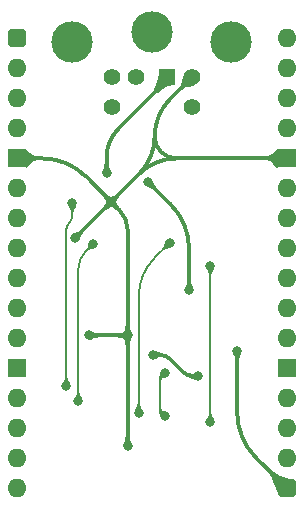
<source format=gbl>
%TF.GenerationSoftware,KiCad,Pcbnew,8.0.7*%
%TF.CreationDate,2025-01-29T17:21:48+02:00*%
%TF.ProjectId,PS2 Timing,50533220-5469-46d6-996e-672e6b696361,V1*%
%TF.SameCoordinates,Original*%
%TF.FileFunction,Copper,L2,Bot*%
%TF.FilePolarity,Positive*%
%FSLAX46Y46*%
G04 Gerber Fmt 4.6, Leading zero omitted, Abs format (unit mm)*
G04 Created by KiCad (PCBNEW 8.0.7) date 2025-01-29 17:21:48*
%MOMM*%
%LPD*%
G01*
G04 APERTURE LIST*
G04 Aperture macros list*
%AMRoundRect*
0 Rectangle with rounded corners*
0 $1 Rounding radius*
0 $2 $3 $4 $5 $6 $7 $8 $9 X,Y pos of 4 corners*
0 Add a 4 corners polygon primitive as box body*
4,1,4,$2,$3,$4,$5,$6,$7,$8,$9,$2,$3,0*
0 Add four circle primitives for the rounded corners*
1,1,$1+$1,$2,$3*
1,1,$1+$1,$4,$5*
1,1,$1+$1,$6,$7*
1,1,$1+$1,$8,$9*
0 Add four rect primitives between the rounded corners*
20,1,$1+$1,$2,$3,$4,$5,0*
20,1,$1+$1,$4,$5,$6,$7,0*
20,1,$1+$1,$6,$7,$8,$9,0*
20,1,$1+$1,$8,$9,$2,$3,0*%
G04 Aperture macros list end*
%TA.AperFunction,ComponentPad*%
%ADD10RoundRect,0.400000X-0.400000X-0.400000X0.400000X-0.400000X0.400000X0.400000X-0.400000X0.400000X0*%
%TD*%
%TA.AperFunction,ComponentPad*%
%ADD11O,1.600000X1.600000*%
%TD*%
%TA.AperFunction,ComponentPad*%
%ADD12R,1.600000X1.600000*%
%TD*%
%TA.AperFunction,ComponentPad*%
%ADD13C,3.510000*%
%TD*%
%TA.AperFunction,ComponentPad*%
%ADD14R,1.400000X1.400000*%
%TD*%
%TA.AperFunction,ComponentPad*%
%ADD15C,1.400000*%
%TD*%
%TA.AperFunction,ViaPad*%
%ADD16C,0.800000*%
%TD*%
%TA.AperFunction,Conductor*%
%ADD17C,0.380000*%
%TD*%
%TA.AperFunction,Conductor*%
%ADD18C,0.200000*%
%TD*%
G04 APERTURE END LIST*
D10*
%TO.P,J2,1,Pin_1*%
%TO.N,5V*%
X0Y0D03*
D11*
%TO.P,J2,2,Pin_2*%
%TO.N,unconnected-(J2-Pin_2-Pad2)*%
X0Y-2540000D03*
%TO.P,J2,3,Pin_3*%
%TO.N,unconnected-(J2-Pin_3-Pad3)*%
X0Y-5080000D03*
%TO.P,J2,4,Pin_4*%
%TO.N,unconnected-(J2-Pin_4-Pad4)*%
X0Y-7620000D03*
D12*
%TO.P,J2,5,Pin_5*%
%TO.N,GND*%
X0Y-10160000D03*
D11*
%TO.P,J2,6,Pin_6*%
%TO.N,Data*%
X0Y-12700000D03*
%TO.P,J2,7,Pin_7*%
%TO.N,Clock*%
X0Y-15240000D03*
%TO.P,J2,8,Pin_8*%
%TO.N,~{Clock}*%
X0Y-17780000D03*
%TO.P,J2,9,Pin_9*%
%TO.N,unconnected-(J2-Pin_9-Pad9)*%
X0Y-20320000D03*
%TO.P,J2,10,Pin_10*%
%TO.N,RC Packet Pulse*%
X0Y-22860000D03*
%TO.P,J2,11,Pin_11*%
%TO.N,unconnected-(J2-Pin_11-Pad11)*%
X0Y-25400000D03*
D12*
%TO.P,J2,12,Pin_12*%
%TO.N,GND*%
X0Y-27940000D03*
D11*
%TO.P,J2,13,Pin_13*%
%TO.N,unconnected-(J2-Pin_13-Pad13)*%
X0Y-30480000D03*
%TO.P,J2,14,Pin_14*%
%TO.N,unconnected-(J2-Pin_14-Pad14)*%
X0Y-33020000D03*
%TO.P,J2,15,Pin_15*%
%TO.N,unconnected-(J2-Pin_15-Pad15)*%
X0Y-35560000D03*
%TO.P,J2,16,Pin_16*%
%TO.N,unconnected-(J2-Pin_16-Pad16)*%
X0Y-38100000D03*
D10*
%TO.P,J2,17,Pin_17*%
%TO.N,5V*%
X22860000Y-38100000D03*
D11*
%TO.P,J2,18,Pin_18*%
%TO.N,~{Code Pulse}*%
X22860000Y-35560000D03*
%TO.P,J2,19,Pin_19*%
%TO.N,Packet Pulse*%
X22860000Y-33020000D03*
%TO.P,J2,20,Pin_20*%
%TO.N,Packet Pulse_{2}*%
X22860000Y-30480000D03*
D12*
%TO.P,J2,21,Pin_21*%
%TO.N,GND*%
X22860000Y-27940000D03*
D11*
%TO.P,J2,22,Pin_22*%
%TO.N,~{Packet Pulse}*%
X22860000Y-25400000D03*
%TO.P,J2,23,Pin_23*%
%TO.N,RC Code Pulse*%
X22860000Y-22860000D03*
%TO.P,J2,24,Pin_24*%
%TO.N,unconnected-(J2-Pin_24-Pad24)*%
X22860000Y-20320000D03*
%TO.P,J2,25,Pin_25*%
%TO.N,unconnected-(J2-Pin_25-Pad25)*%
X22860000Y-17780000D03*
%TO.P,J2,26,Pin_26*%
%TO.N,unconnected-(J2-Pin_26-Pad26)*%
X22860000Y-15240000D03*
%TO.P,J2,27,Pin_27*%
%TO.N,unconnected-(J2-Pin_27-Pad27)*%
X22860000Y-12700000D03*
D12*
%TO.P,J2,28,Pin_28*%
%TO.N,GND*%
X22860000Y-10160000D03*
D11*
%TO.P,J2,29,Pin_29*%
%TO.N,unconnected-(J2-Pin_29-Pad29)*%
X22860000Y-7620000D03*
%TO.P,J2,30,Pin_30*%
%TO.N,unconnected-(J2-Pin_30-Pad30)*%
X22860000Y-5080000D03*
%TO.P,J2,31,Pin_31*%
%TO.N,unconnected-(J2-Pin_31-Pad31)*%
X22860000Y-2540000D03*
%TO.P,J2,32,Pin_32*%
%TO.N,unconnected-(J2-Pin_32-Pad32)*%
X22860000Y0D03*
%TD*%
D13*
%TO.P,J4,*%
%TO.N,*%
X4680000Y-292000D03*
X11430000Y508000D03*
X18180000Y-292000D03*
D14*
%TO.P,J4,1*%
%TO.N,/Data_{IN}*%
X12730000Y-3292000D03*
D15*
%TO.P,J4,2*%
%TO.N,unconnected-(J4-Pad2)*%
X10130000Y-3292000D03*
%TO.P,J4,3*%
%TO.N,GND*%
X14830000Y-3292000D03*
%TO.P,J4,4*%
%TO.N,5V*%
X8030000Y-3292000D03*
%TO.P,J4,5*%
%TO.N,/Clock_{IN}*%
X14830000Y-5792000D03*
%TO.P,J4,6*%
%TO.N,unconnected-(J4-Pad6)*%
X8030000Y-5792000D03*
%TD*%
D16*
%TO.N,5V*%
X18656300Y-26428700D03*
X11125200Y-12141200D03*
X14605000Y-21336000D03*
%TO.N,/~{Packet Pulse}_{2}*%
X12573000Y-32004000D03*
X12573000Y-28295600D03*
%TO.N,/Data_{IN}*%
X7620000Y-11430000D03*
%TO.N,GND*%
X9397996Y-34544004D03*
X6095990Y-25146000D03*
X8001000Y-13843000D03*
X4953000Y-16891006D03*
X9398000Y-25146000D03*
X11557000Y-26797000D03*
X15367000Y-28575000D03*
%TO.N,RC Code Pulse*%
X16383000Y-19253200D03*
X16383000Y-32512000D03*
%TO.N,Packet Pulse*%
X10343301Y-31679299D03*
X12953999Y-17317999D03*
%TO.N,~{Clock}*%
X5207000Y-30734000D03*
X6477000Y-17399000D03*
%TO.N,Clock*%
X4191000Y-29464000D03*
X4699000Y-13970000D03*
%TD*%
D17*
%TO.N,GND*%
X12999925Y-5122074D02*
G75*
G03*
X11683996Y-8299000I3176915J-3176926D01*
G01*
X14077740Y-28238240D02*
G75*
G03*
X14890750Y-28575026I813060J813040D01*
G01*
X8699500Y-14541500D02*
G75*
G02*
X9397988Y-16227828I-1686300J-1686300D01*
G01*
X10368074Y-11475925D02*
G75*
G03*
X11684004Y-8299000I-3176934J3176935D01*
G01*
X13545000Y-10160000D02*
G75*
G03*
X10368085Y-11475936I0J-4492800D01*
G01*
X11684000Y-8299000D02*
G75*
G03*
X13545000Y-10160000I1861000J0D01*
G01*
X13018160Y-27178660D02*
G75*
G03*
X12096750Y-26797044I-921360J-921440D01*
G01*
X5844643Y-11686643D02*
G75*
G03*
X2159000Y-10159998I-3685643J-3685637D01*
G01*
%TO.N,5V*%
X18662650Y-26435050D02*
G75*
G02*
X18669008Y-26450380I-15350J-15350D01*
G01*
X13011207Y-14027207D02*
G75*
G02*
X14605004Y-17874963I-3847757J-3847763D01*
G01*
X18669000Y-31655036D02*
G75*
G03*
X20262790Y-35502794I5441550J-4D01*
G01*
D18*
%TO.N,Clock*%
X4699000Y-15007789D02*
G75*
G02*
X4445002Y-15621002I-867220J-1D01*
G01*
X4445000Y-15621000D02*
G75*
G03*
X4191004Y-16234210I613200J-613200D01*
G01*
%TO.N,~{Clock}*%
X5842000Y-18034000D02*
G75*
G03*
X5207011Y-19567025I1533000J-1533000D01*
G01*
%TO.N,Packet Pulse*%
X11648649Y-18623348D02*
G75*
G03*
X10343299Y-21774740I3151391J-3151392D01*
G01*
D17*
%TO.N,/Data_{IN}*%
X8600757Y-7675242D02*
G75*
G03*
X7619995Y-10043000I2367743J-2367758D01*
G01*
D18*
%TO.N,/~{Packet Pulse}_{2}*%
X12336905Y-28531694D02*
G75*
G03*
X12100798Y-29101677I569995J-570006D01*
G01*
X12100811Y-31197922D02*
G75*
G03*
X12336914Y-31767896I806089J22D01*
G01*
%TO.N,~{Clock}*%
X5207000Y-19567025D02*
X5207000Y-30734000D01*
X5842000Y-18034000D02*
X6477000Y-17399000D01*
D17*
%TO.N,GND*%
X11557000Y-26797000D02*
X12096750Y-26797000D01*
X14077740Y-28238240D02*
X13018160Y-27178660D01*
X14890750Y-28575000D02*
X15367000Y-28575000D01*
%TO.N,5V*%
X14605000Y-17874963D02*
X14605000Y-21336000D01*
X13011207Y-14027207D02*
X11125200Y-12141200D01*
X20262792Y-35502792D02*
X22860000Y-38100000D01*
X18669000Y-26450380D02*
X18669000Y-31655036D01*
X18662650Y-26435050D02*
X18656300Y-26428700D01*
D18*
%TO.N,/~{Packet Pulse}_{2}*%
X12100811Y-29101677D02*
X12100811Y-31197922D01*
X12336905Y-28531694D02*
X12573000Y-28295600D01*
X12573000Y-32004000D02*
X12336905Y-31767905D01*
D17*
%TO.N,/Data_{IN}*%
X8600757Y-7675242D02*
X12984000Y-3292000D01*
X7620000Y-11430000D02*
X7620000Y-10043000D01*
%TO.N,GND*%
X6095990Y-25146000D02*
X9398000Y-25146000D01*
X4953000Y-16891000D02*
X8001000Y-13843000D01*
X9398000Y-34544000D02*
X9397996Y-34544004D01*
X12999925Y-5122074D02*
X14830000Y-3292000D01*
X10368074Y-11475925D02*
X8001000Y-13843000D01*
X2159000Y-10160000D02*
X0Y-10160000D01*
X8699500Y-14541500D02*
X8001000Y-13843000D01*
X9398000Y-16227828D02*
X9398000Y-25146000D01*
X4953000Y-16891000D02*
X4953000Y-16891006D01*
X8001000Y-13843000D02*
X5844643Y-11686643D01*
X9398000Y-25146000D02*
X9398000Y-34544000D01*
X13545000Y-10160000D02*
X22860000Y-10160000D01*
D18*
%TO.N,RC Code Pulse*%
X16383000Y-32512000D02*
X16383000Y-19253200D01*
%TO.N,Packet Pulse*%
X10343300Y-21774740D02*
X10343301Y-31679299D01*
X11648649Y-18623348D02*
X12953999Y-17317999D01*
%TO.N,Clock*%
X4699000Y-13970000D02*
X4699000Y-15007789D01*
X4191000Y-29464000D02*
X4191000Y-16234210D01*
%TD*%
%TA.AperFunction,Conductor*%
%TO.N,/~{Packet Pulse}_{2}*%
G36*
X12214570Y-28147102D02*
G01*
X12568688Y-28292766D01*
X12575035Y-28299082D01*
X12575053Y-28299124D01*
X12721153Y-28653228D01*
X12721140Y-28662182D01*
X12714799Y-28668506D01*
X12713726Y-28668888D01*
X12575343Y-28710765D01*
X12573980Y-28711090D01*
X12446532Y-28733498D01*
X12446529Y-28733499D01*
X12343229Y-28762295D01*
X12343225Y-28762297D01*
X12266356Y-28826907D01*
X12220996Y-28947590D01*
X12214877Y-28954129D01*
X12207761Y-28954949D01*
X12032557Y-28920095D01*
X12025112Y-28915120D01*
X12023315Y-28906606D01*
X12053580Y-28733500D01*
X12055492Y-28722567D01*
X12075096Y-28582362D01*
X12075154Y-28581991D01*
X12095792Y-28462468D01*
X12096042Y-28461353D01*
X12133308Y-28327451D01*
X12133639Y-28326444D01*
X12144025Y-28299082D01*
X12199180Y-28153769D01*
X12205320Y-28147251D01*
X12214271Y-28146983D01*
X12214570Y-28147102D01*
G37*
%TD.AperFunction*%
%TD*%
%TA.AperFunction,Conductor*%
%TO.N,/~{Packet Pulse}_{2}*%
G36*
X12216544Y-31346394D02*
G01*
X12220996Y-31352006D01*
X12266356Y-31472688D01*
X12332653Y-31528413D01*
X12343226Y-31537300D01*
X12343228Y-31537300D01*
X12343229Y-31537301D01*
X12360138Y-31542014D01*
X12446526Y-31566097D01*
X12573990Y-31588509D01*
X12575332Y-31588829D01*
X12713726Y-31630711D01*
X12720652Y-31636387D01*
X12721535Y-31645298D01*
X12721153Y-31646371D01*
X12575053Y-32000475D01*
X12568729Y-32006816D01*
X12568688Y-32006833D01*
X12214570Y-32152497D01*
X12205615Y-32152475D01*
X12199299Y-32146128D01*
X12199180Y-32145829D01*
X12145718Y-32004980D01*
X12133637Y-31973152D01*
X12133305Y-31972138D01*
X12096044Y-31838247D01*
X12095792Y-31837124D01*
X12075153Y-31717597D01*
X12075097Y-31717234D01*
X12055492Y-31577028D01*
X12023315Y-31392992D01*
X12025266Y-31384252D01*
X12032555Y-31379503D01*
X12207763Y-31344647D01*
X12216544Y-31346394D01*
G37*
%TD.AperFunction*%
%TD*%
%TA.AperFunction,Conductor*%
%TO.N,~{Clock}*%
G36*
X5304566Y-29937427D02*
G01*
X5307947Y-29944665D01*
X5322158Y-30104758D01*
X5363262Y-30219862D01*
X5423734Y-30314266D01*
X5496611Y-30422355D01*
X5497360Y-30423635D01*
X5570900Y-30569702D01*
X5571560Y-30578632D01*
X5565711Y-30585413D01*
X5564952Y-30585762D01*
X5211502Y-30733123D01*
X5202548Y-30733144D01*
X5202498Y-30733123D01*
X4849046Y-30585762D01*
X4842728Y-30579415D01*
X4842749Y-30570461D01*
X4843083Y-30569734D01*
X4916646Y-30423620D01*
X4917378Y-30422369D01*
X4990261Y-30314271D01*
X5050738Y-30219860D01*
X5091840Y-30104761D01*
X5106053Y-29944664D01*
X5110198Y-29936728D01*
X5117707Y-29934000D01*
X5296293Y-29934000D01*
X5304566Y-29937427D01*
G37*
%TD.AperFunction*%
%TD*%
%TA.AperFunction,Conductor*%
%TO.N,~{Clock}*%
G36*
X6119068Y-17250709D02*
G01*
X6286405Y-17319569D01*
X6473195Y-17396436D01*
X6479542Y-17402754D01*
X6479563Y-17402804D01*
X6625290Y-17756930D01*
X6625269Y-17765884D01*
X6618922Y-17772202D01*
X6618139Y-17772492D01*
X6462852Y-17823776D01*
X6461418Y-17824151D01*
X6333447Y-17849052D01*
X6223941Y-17873043D01*
X6163778Y-17901545D01*
X6113490Y-17925368D01*
X6113488Y-17925369D01*
X6113485Y-17925371D01*
X5990235Y-18028523D01*
X5981691Y-18031205D01*
X5974453Y-18027824D01*
X5848174Y-17901545D01*
X5844747Y-17893272D01*
X5847473Y-17885766D01*
X5950630Y-17762508D01*
X6002954Y-17652058D01*
X6026949Y-17542535D01*
X6051849Y-17414569D01*
X6052218Y-17413157D01*
X6103507Y-17257858D01*
X6109355Y-17251079D01*
X6118285Y-17250419D01*
X6119068Y-17250709D01*
G37*
%TD.AperFunction*%
%TD*%
%TA.AperFunction,Conductor*%
%TO.N,GND*%
G36*
X11720788Y-26432150D02*
G01*
X11720983Y-26432233D01*
X11839599Y-26484258D01*
X11839855Y-26484374D01*
X11931548Y-26527236D01*
X12012208Y-26560369D01*
X12012215Y-26560371D01*
X12012220Y-26560373D01*
X12089411Y-26582441D01*
X12108379Y-26587864D01*
X12235565Y-26611776D01*
X12243061Y-26616673D01*
X12244958Y-26625105D01*
X12188950Y-26978818D01*
X12184271Y-26986453D01*
X12176808Y-26988673D01*
X12063705Y-26983003D01*
X12063702Y-26983004D01*
X11978439Y-27006370D01*
X11907227Y-27050584D01*
X11826497Y-27106447D01*
X11825199Y-27107226D01*
X11721351Y-27160740D01*
X11712428Y-27161484D01*
X11705592Y-27155699D01*
X11705196Y-27154850D01*
X11557887Y-26801343D01*
X11557869Y-26792393D01*
X11705487Y-26438442D01*
X11711833Y-26432128D01*
X11720788Y-26432150D01*
G37*
%TD.AperFunction*%
%TD*%
%TA.AperFunction,Conductor*%
%TO.N,GND*%
G36*
X15218406Y-28216295D02*
G01*
X15218785Y-28217114D01*
X15366076Y-28570807D01*
X15366093Y-28579762D01*
X15366073Y-28579809D01*
X15218359Y-28933925D01*
X15212011Y-28940242D01*
X15203231Y-28940290D01*
X15055817Y-28881561D01*
X15055806Y-28881557D01*
X14941870Y-28841402D01*
X14897265Y-28827783D01*
X14841929Y-28810887D01*
X14725804Y-28776813D01*
X14725605Y-28776752D01*
X14574434Y-28729465D01*
X14567561Y-28723725D01*
X14566761Y-28714806D01*
X14677360Y-28374449D01*
X14683175Y-28367642D01*
X14690797Y-28366598D01*
X14812996Y-28391240D01*
X14908606Y-28376361D01*
X14991343Y-28332221D01*
X15084626Y-28271476D01*
X15085680Y-28270866D01*
X15202671Y-28211189D01*
X15211594Y-28210483D01*
X15218406Y-28216295D01*
G37*
%TD.AperFunction*%
%TD*%
%TA.AperFunction,Conductor*%
%TO.N,5V*%
G36*
X14792010Y-20539427D02*
G01*
X14795429Y-20547255D01*
X14801340Y-20702418D01*
X14821202Y-20819412D01*
X14855853Y-20917908D01*
X14855858Y-20917921D01*
X14906483Y-21028636D01*
X14906548Y-21028779D01*
X14969732Y-21172001D01*
X14969936Y-21180953D01*
X14963749Y-21187428D01*
X14963529Y-21187522D01*
X14609502Y-21335123D01*
X14600548Y-21335144D01*
X14600498Y-21335123D01*
X14246470Y-21187522D01*
X14240152Y-21181175D01*
X14240173Y-21172221D01*
X14240236Y-21172071D01*
X14303450Y-21028779D01*
X14354145Y-20917907D01*
X14388794Y-20819416D01*
X14408658Y-20702412D01*
X14414571Y-20547253D01*
X14418311Y-20539118D01*
X14426263Y-20536000D01*
X14783737Y-20536000D01*
X14792010Y-20539427D01*
G37*
%TD.AperFunction*%
%TD*%
%TA.AperFunction,Conductor*%
%TO.N,5V*%
G36*
X11492662Y-11992692D02*
G01*
X11498980Y-11999039D01*
X11499069Y-11999261D01*
X11555648Y-12145169D01*
X11555703Y-12145315D01*
X11598215Y-12259455D01*
X11617762Y-12300220D01*
X11643357Y-12353597D01*
X11712049Y-12450381D01*
X11712049Y-12450382D01*
X11767988Y-12510752D01*
X11817581Y-12564273D01*
X11820691Y-12572670D01*
X11817272Y-12580498D01*
X11564498Y-12833272D01*
X11556225Y-12836699D01*
X11548273Y-12833581D01*
X11505479Y-12793928D01*
X11434382Y-12728049D01*
X11337597Y-12659357D01*
X11284220Y-12633762D01*
X11243455Y-12614215D01*
X11243447Y-12614212D01*
X11243445Y-12614211D01*
X11243446Y-12614211D01*
X11129315Y-12571703D01*
X11129169Y-12571648D01*
X10983261Y-12515069D01*
X10976786Y-12508882D01*
X10976582Y-12499930D01*
X10976643Y-12499777D01*
X11122637Y-12145002D01*
X11128953Y-12138657D01*
X11483709Y-11992671D01*
X11492662Y-11992692D01*
G37*
%TD.AperFunction*%
%TD*%
%TA.AperFunction,Conductor*%
%TO.N,5V*%
G36*
X21753781Y-36722347D02*
G01*
X21927608Y-36836449D01*
X22034931Y-36906897D01*
X22324041Y-37060073D01*
X22613150Y-37176648D01*
X22613158Y-37176650D01*
X22613163Y-37176652D01*
X22902245Y-37256620D01*
X22902256Y-37256623D01*
X22902260Y-37256624D01*
X23176588Y-37297782D01*
X23184258Y-37302397D01*
X23186420Y-37311087D01*
X23185663Y-37313817D01*
X22862562Y-38096214D01*
X22856237Y-38102553D01*
X22856214Y-38102562D01*
X22071720Y-38426529D01*
X22062765Y-38426520D01*
X22056440Y-38420181D01*
X22056116Y-38419299D01*
X21943424Y-38069060D01*
X21826848Y-37743350D01*
X21710273Y-37454241D01*
X21593697Y-37201731D01*
X21481261Y-36993489D01*
X21480347Y-36984583D01*
X21483282Y-36979661D01*
X21739089Y-36723854D01*
X21747361Y-36720428D01*
X21753781Y-36722347D01*
G37*
%TD.AperFunction*%
%TD*%
%TA.AperFunction,Conductor*%
%TO.N,5V*%
G36*
X18961653Y-26555007D02*
G01*
X19014907Y-26577210D01*
X19021225Y-26583557D01*
X19021204Y-26592511D01*
X19021143Y-26592655D01*
X18959596Y-26734898D01*
X18959590Y-26734915D01*
X18959134Y-26735977D01*
X18912098Y-26845579D01*
X18912094Y-26845592D01*
X18881052Y-26944112D01*
X18881049Y-26944123D01*
X18866994Y-27041076D01*
X18864272Y-27059860D01*
X18864125Y-27060871D01*
X18864124Y-27060881D01*
X18859351Y-27214837D01*
X18855670Y-27223000D01*
X18847657Y-27226174D01*
X18490175Y-27226174D01*
X18481902Y-27222747D01*
X18478487Y-27215011D01*
X18478479Y-27214837D01*
X18471358Y-27059863D01*
X18448384Y-26943555D01*
X18447205Y-26940557D01*
X18410011Y-26845972D01*
X18410009Y-26845969D01*
X18409825Y-26845592D01*
X18356213Y-26735924D01*
X18356094Y-26735671D01*
X18291691Y-26592744D01*
X18291417Y-26583796D01*
X18297552Y-26577273D01*
X18297828Y-26577153D01*
X18651800Y-26429575D01*
X18660749Y-26429555D01*
X18961653Y-26555007D01*
G37*
%TD.AperFunction*%
%TD*%
%TA.AperFunction,Conductor*%
%TO.N,/Data_{IN}*%
G36*
X12042247Y-3053860D02*
G01*
X12726109Y-3289707D01*
X12732812Y-3295644D01*
X12732825Y-3295670D01*
X12910451Y-3662631D01*
X13036590Y-3923226D01*
X13063796Y-3979430D01*
X13064316Y-3988370D01*
X13058363Y-3995059D01*
X13056441Y-3995789D01*
X12840575Y-4056665D01*
X12676100Y-4124998D01*
X12611278Y-4151929D01*
X12611276Y-4151930D01*
X12611269Y-4151933D01*
X12381979Y-4277792D01*
X12381972Y-4277797D01*
X12152683Y-4434254D01*
X12152666Y-4434266D01*
X11931568Y-4614640D01*
X11922991Y-4617214D01*
X11915899Y-4613847D01*
X11660009Y-4357958D01*
X11656582Y-4349685D01*
X11657330Y-4345568D01*
X11729739Y-4153226D01*
X11804804Y-3923229D01*
X11879870Y-3662631D01*
X11954935Y-3371434D01*
X12027053Y-3062266D01*
X12032270Y-3054990D01*
X12041105Y-3053532D01*
X12042247Y-3053860D01*
G37*
%TD.AperFunction*%
%TD*%
%TA.AperFunction,Conductor*%
%TO.N,/Data_{IN}*%
G36*
X7807010Y-10633427D02*
G01*
X7810429Y-10641255D01*
X7816340Y-10796418D01*
X7836202Y-10913412D01*
X7870853Y-11011908D01*
X7870858Y-11011921D01*
X7921483Y-11122636D01*
X7921548Y-11122779D01*
X7984732Y-11266001D01*
X7984936Y-11274953D01*
X7978749Y-11281428D01*
X7978529Y-11281522D01*
X7624502Y-11429123D01*
X7615548Y-11429144D01*
X7615498Y-11429123D01*
X7261470Y-11281522D01*
X7255152Y-11275175D01*
X7255173Y-11266221D01*
X7255236Y-11266071D01*
X7318450Y-11122779D01*
X7369145Y-11011907D01*
X7403794Y-10913416D01*
X7423658Y-10796412D01*
X7429571Y-10641253D01*
X7433311Y-10633118D01*
X7441263Y-10630000D01*
X7798737Y-10630000D01*
X7807010Y-10633427D01*
G37*
%TD.AperFunction*%
%TD*%
%TA.AperFunction,Conductor*%
%TO.N,GND*%
G36*
X6259768Y-24781173D02*
G01*
X6259944Y-24781248D01*
X6403209Y-24844450D01*
X6439202Y-24860907D01*
X6514066Y-24895139D01*
X6514077Y-24895143D01*
X6514081Y-24895145D01*
X6612572Y-24929794D01*
X6612575Y-24929795D01*
X6729570Y-24949657D01*
X6729571Y-24949657D01*
X6729577Y-24949658D01*
X6884736Y-24955571D01*
X6892872Y-24959311D01*
X6895990Y-24967263D01*
X6895990Y-25324736D01*
X6892563Y-25333009D01*
X6884736Y-25336428D01*
X6729570Y-25342340D01*
X6612575Y-25362202D01*
X6514079Y-25396853D01*
X6514066Y-25396858D01*
X6403327Y-25447493D01*
X6403185Y-25447558D01*
X6259989Y-25510732D01*
X6251036Y-25510936D01*
X6244561Y-25504750D01*
X6244467Y-25504529D01*
X6220715Y-25447558D01*
X6096865Y-25150499D01*
X6096845Y-25141550D01*
X6244468Y-24787468D01*
X6250814Y-24781152D01*
X6259768Y-24781173D01*
G37*
%TD.AperFunction*%
%TD*%
%TA.AperFunction,Conductor*%
%TO.N,GND*%
G36*
X9249428Y-24787250D02*
G01*
X9249522Y-24787470D01*
X9397123Y-25141498D01*
X9397144Y-25150452D01*
X9397123Y-25150502D01*
X9249522Y-25504529D01*
X9243175Y-25510847D01*
X9234221Y-25510826D01*
X9234001Y-25510732D01*
X9090803Y-25447558D01*
X9090660Y-25447493D01*
X8979921Y-25396858D01*
X8979908Y-25396853D01*
X8881412Y-25362202D01*
X8764418Y-25342340D01*
X8609254Y-25336428D01*
X8601118Y-25332688D01*
X8598000Y-25324736D01*
X8598000Y-24967263D01*
X8601427Y-24958990D01*
X8609253Y-24955571D01*
X8764412Y-24949658D01*
X8764418Y-24949657D01*
X8881412Y-24929795D01*
X8881413Y-24929794D01*
X8881416Y-24929794D01*
X8979907Y-24895145D01*
X8979915Y-24895141D01*
X8979921Y-24895139D01*
X9014915Y-24879137D01*
X9090779Y-24844450D01*
X9234003Y-24781266D01*
X9242953Y-24781063D01*
X9249428Y-24787250D01*
G37*
%TD.AperFunction*%
%TD*%
%TA.AperFunction,Conductor*%
%TO.N,GND*%
G36*
X5392294Y-16198931D02*
G01*
X5645068Y-16451705D01*
X5648495Y-16459978D01*
X5645377Y-16467930D01*
X5539845Y-16581820D01*
X5539845Y-16581821D01*
X5471154Y-16678605D01*
X5426010Y-16772758D01*
X5383502Y-16886888D01*
X5383447Y-16887034D01*
X5326869Y-17032944D01*
X5320683Y-17039419D01*
X5311730Y-17039623D01*
X5311508Y-17039534D01*
X4956804Y-16893569D01*
X4950457Y-16887251D01*
X4950436Y-16887201D01*
X4804471Y-16532496D01*
X4804492Y-16523543D01*
X4810839Y-16517225D01*
X4811030Y-16517148D01*
X4957009Y-16460540D01*
X5071253Y-16417988D01*
X5165396Y-16372844D01*
X5262176Y-16304155D01*
X5376071Y-16198621D01*
X5384466Y-16195512D01*
X5392294Y-16198931D01*
G37*
%TD.AperFunction*%
%TD*%
%TA.AperFunction,Conductor*%
%TO.N,GND*%
G36*
X7642460Y-13694458D02*
G01*
X7997195Y-13840436D01*
X8003542Y-13846754D01*
X8003563Y-13846804D01*
X8149528Y-14201508D01*
X8149507Y-14210462D01*
X8143160Y-14216780D01*
X8142938Y-14216869D01*
X7997028Y-14273448D01*
X7996882Y-14273503D01*
X7882752Y-14316011D01*
X7882745Y-14316013D01*
X7882743Y-14316015D01*
X7866564Y-14323772D01*
X7788600Y-14361157D01*
X7691817Y-14429849D01*
X7691816Y-14429849D01*
X7577926Y-14535381D01*
X7569529Y-14538491D01*
X7561701Y-14535072D01*
X7308927Y-14282298D01*
X7305500Y-14274025D01*
X7308616Y-14266075D01*
X7414151Y-14152180D01*
X7482839Y-14055399D01*
X7527983Y-13961255D01*
X7570535Y-13847010D01*
X7627130Y-13701060D01*
X7633317Y-13694586D01*
X7642269Y-13694382D01*
X7642460Y-13694458D01*
G37*
%TD.AperFunction*%
%TD*%
%TA.AperFunction,Conductor*%
%TO.N,GND*%
G36*
X14194852Y-3028895D02*
G01*
X14826210Y-3289437D01*
X14832550Y-3295760D01*
X14832562Y-3295789D01*
X15093101Y-3927141D01*
X15093089Y-3936096D01*
X15086749Y-3942419D01*
X15086007Y-3942697D01*
X14806564Y-4036430D01*
X14805247Y-4036787D01*
X14583125Y-4083424D01*
X14490785Y-4105669D01*
X14393909Y-4129007D01*
X14340833Y-4155205D01*
X14202841Y-4223316D01*
X13982617Y-4409357D01*
X13974086Y-4412078D01*
X13966794Y-4408692D01*
X13713306Y-4155205D01*
X13709879Y-4146932D01*
X13712641Y-4139382D01*
X13898682Y-3919156D01*
X13992991Y-3728089D01*
X14038568Y-3538897D01*
X14085211Y-3316745D01*
X14085567Y-3315433D01*
X14179302Y-3035991D01*
X14185182Y-3029238D01*
X14194116Y-3028620D01*
X14194852Y-3028895D01*
G37*
%TD.AperFunction*%
%TD*%
%TA.AperFunction,Conductor*%
%TO.N,GND*%
G36*
X8440298Y-13150927D02*
G01*
X8693071Y-13403701D01*
X8696498Y-13411974D01*
X8693380Y-13419926D01*
X8587848Y-13533816D01*
X8587848Y-13533817D01*
X8519156Y-13630600D01*
X8474011Y-13724752D01*
X8431503Y-13838882D01*
X8431448Y-13839028D01*
X8374869Y-13984938D01*
X8368682Y-13991413D01*
X8359730Y-13991617D01*
X8359508Y-13991528D01*
X8004804Y-13845563D01*
X7998457Y-13839245D01*
X7998436Y-13839195D01*
X7852471Y-13484490D01*
X7852492Y-13475537D01*
X7858839Y-13469219D01*
X7859022Y-13469145D01*
X8005010Y-13412535D01*
X8119255Y-13369983D01*
X8213399Y-13324840D01*
X8310180Y-13256151D01*
X8424075Y-13150617D01*
X8432470Y-13147508D01*
X8440298Y-13150927D01*
G37*
%TD.AperFunction*%
%TD*%
%TA.AperFunction,Conductor*%
%TO.N,GND*%
G36*
X807714Y-9368830D02*
G01*
X808231Y-9369382D01*
X959998Y-9542359D01*
X960001Y-9542362D01*
X1120000Y-9694542D01*
X1120004Y-9694545D01*
X1280001Y-9816544D01*
X1375617Y-9871414D01*
X1439999Y-9908361D01*
X1440003Y-9908362D01*
X1440004Y-9908363D01*
X1592506Y-9967113D01*
X1598994Y-9973285D01*
X1600000Y-9978031D01*
X1600000Y-10341968D01*
X1596573Y-10350241D01*
X1592506Y-10352886D01*
X1440000Y-10411637D01*
X1280001Y-10503454D01*
X1120004Y-10625453D01*
X1120000Y-10625456D01*
X960001Y-10777636D01*
X959998Y-10777639D01*
X808231Y-10950617D01*
X800199Y-10954576D01*
X791720Y-10951696D01*
X791168Y-10951179D01*
X342883Y-10503454D01*
X7287Y-10168277D01*
X3856Y-10160007D01*
X7278Y-10151732D01*
X7288Y-10151722D01*
X185948Y-9973285D01*
X791169Y-9368819D01*
X799443Y-9365398D01*
X807714Y-9368830D01*
G37*
%TD.AperFunction*%
%TD*%
%TA.AperFunction,Conductor*%
%TO.N,GND*%
G36*
X8368462Y-13694492D02*
G01*
X8374780Y-13700839D01*
X8374869Y-13701061D01*
X8431448Y-13846969D01*
X8431503Y-13847115D01*
X8474015Y-13961255D01*
X8493562Y-14002020D01*
X8519157Y-14055397D01*
X8587849Y-14152181D01*
X8587849Y-14152182D01*
X8643788Y-14212552D01*
X8693381Y-14266073D01*
X8696491Y-14274470D01*
X8693072Y-14282298D01*
X8440298Y-14535072D01*
X8432025Y-14538499D01*
X8424073Y-14535381D01*
X8381279Y-14495728D01*
X8310182Y-14429849D01*
X8213397Y-14361157D01*
X8160020Y-14335562D01*
X8119255Y-14316015D01*
X8119247Y-14316012D01*
X8119245Y-14316011D01*
X8119246Y-14316011D01*
X8005115Y-14273503D01*
X8004969Y-14273448D01*
X7859061Y-14216869D01*
X7852586Y-14210682D01*
X7852382Y-14201730D01*
X7852443Y-14201577D01*
X7998437Y-13846802D01*
X8004753Y-13840457D01*
X8359509Y-13694471D01*
X8368462Y-13694492D01*
G37*
%TD.AperFunction*%
%TD*%
%TA.AperFunction,Conductor*%
%TO.N,GND*%
G36*
X9585010Y-24349427D02*
G01*
X9588429Y-24357255D01*
X9594340Y-24512418D01*
X9614202Y-24629412D01*
X9648853Y-24727908D01*
X9648858Y-24727921D01*
X9699483Y-24838636D01*
X9699548Y-24838779D01*
X9762732Y-24982001D01*
X9762936Y-24990953D01*
X9756749Y-24997428D01*
X9756529Y-24997522D01*
X9402502Y-25145123D01*
X9393548Y-25145144D01*
X9393498Y-25145123D01*
X9039470Y-24997522D01*
X9033152Y-24991175D01*
X9033173Y-24982221D01*
X9033236Y-24982071D01*
X9096450Y-24838779D01*
X9147145Y-24727907D01*
X9181794Y-24629416D01*
X9201658Y-24512412D01*
X9207571Y-24357253D01*
X9211311Y-24349118D01*
X9219263Y-24346000D01*
X9576737Y-24346000D01*
X9585010Y-24349427D01*
G37*
%TD.AperFunction*%
%TD*%
%TA.AperFunction,Conductor*%
%TO.N,GND*%
G36*
X7577924Y-13150617D02*
G01*
X7578259Y-13150927D01*
X7691816Y-13256149D01*
X7788600Y-13324840D01*
X7815288Y-13337637D01*
X7882743Y-13369983D01*
X7996988Y-13412535D01*
X8142938Y-13469130D01*
X8149413Y-13475317D01*
X8149617Y-13484269D01*
X8149528Y-13484491D01*
X8003563Y-13839195D01*
X7997245Y-13845542D01*
X7997195Y-13845563D01*
X7642491Y-13991528D01*
X7633537Y-13991507D01*
X7627219Y-13985160D01*
X7627130Y-13984938D01*
X7570535Y-13838988D01*
X7527983Y-13724743D01*
X7495638Y-13657290D01*
X7482841Y-13630600D01*
X7459943Y-13598339D01*
X7414151Y-13533819D01*
X7414149Y-13533816D01*
X7353719Y-13468599D01*
X7308617Y-13419924D01*
X7305508Y-13411529D01*
X7308926Y-13403702D01*
X7561702Y-13150926D01*
X7569974Y-13147500D01*
X7577924Y-13150617D01*
G37*
%TD.AperFunction*%
%TD*%
%TA.AperFunction,Conductor*%
%TO.N,GND*%
G36*
X9585010Y-33747432D02*
G01*
X9588429Y-33755260D01*
X9594340Y-33910422D01*
X9614202Y-34027417D01*
X9648850Y-34125910D01*
X9699518Y-34236727D01*
X9699582Y-34236870D01*
X9762728Y-34380005D01*
X9762932Y-34388957D01*
X9756745Y-34395432D01*
X9756525Y-34395526D01*
X9402498Y-34543127D01*
X9393544Y-34543148D01*
X9393494Y-34543127D01*
X9039466Y-34395526D01*
X9033148Y-34389179D01*
X9033169Y-34380225D01*
X9033230Y-34380080D01*
X9096447Y-34236783D01*
X9147143Y-34125912D01*
X9181793Y-34027421D01*
X9201658Y-33910417D01*
X9207571Y-33755258D01*
X9211311Y-33747123D01*
X9219263Y-33744005D01*
X9576737Y-33744005D01*
X9585010Y-33747432D01*
G37*
%TD.AperFunction*%
%TD*%
%TA.AperFunction,Conductor*%
%TO.N,GND*%
G36*
X9756529Y-25294477D02*
G01*
X9762847Y-25300824D01*
X9762826Y-25309778D01*
X9762732Y-25309999D01*
X9699558Y-25453195D01*
X9699493Y-25453337D01*
X9648858Y-25564076D01*
X9648853Y-25564089D01*
X9614202Y-25662585D01*
X9594340Y-25779580D01*
X9588429Y-25934745D01*
X9584689Y-25942882D01*
X9576737Y-25946000D01*
X9219263Y-25946000D01*
X9210990Y-25942573D01*
X9207571Y-25934746D01*
X9207571Y-25934745D01*
X9201658Y-25779587D01*
X9181794Y-25662582D01*
X9147145Y-25564091D01*
X9147143Y-25564087D01*
X9147139Y-25564076D01*
X9096504Y-25453338D01*
X9096439Y-25453195D01*
X9033266Y-25309996D01*
X9033063Y-25301046D01*
X9039250Y-25294571D01*
X9039399Y-25294506D01*
X9393500Y-25146875D01*
X9402449Y-25146855D01*
X9756529Y-25294477D01*
G37*
%TD.AperFunction*%
%TD*%
%TA.AperFunction,Conductor*%
%TO.N,GND*%
G36*
X22068279Y-9368303D02*
G01*
X22068831Y-9368820D01*
X22852711Y-10151722D01*
X22856143Y-10159993D01*
X22852721Y-10168268D01*
X22852711Y-10168278D01*
X22068831Y-10951179D01*
X22060556Y-10954601D01*
X22052285Y-10951169D01*
X22051768Y-10950617D01*
X21900000Y-10777639D01*
X21899997Y-10777636D01*
X21739998Y-10625456D01*
X21739994Y-10625453D01*
X21579997Y-10503454D01*
X21419998Y-10411637D01*
X21419994Y-10411635D01*
X21267494Y-10352886D01*
X21261006Y-10346714D01*
X21260000Y-10341968D01*
X21260000Y-9978031D01*
X21263427Y-9969758D01*
X21267494Y-9967113D01*
X21275238Y-9964129D01*
X21420000Y-9908361D01*
X21580000Y-9816542D01*
X21739999Y-9694542D01*
X21899999Y-9542361D01*
X22051768Y-9369381D01*
X22059800Y-9365423D01*
X22068279Y-9368303D01*
G37*
%TD.AperFunction*%
%TD*%
%TA.AperFunction,Conductor*%
%TO.N,RC Code Pulse*%
G36*
X16480566Y-31715427D02*
G01*
X16483947Y-31722665D01*
X16498158Y-31882758D01*
X16539262Y-31997862D01*
X16599734Y-32092266D01*
X16672611Y-32200355D01*
X16673360Y-32201635D01*
X16746900Y-32347702D01*
X16747560Y-32356632D01*
X16741711Y-32363413D01*
X16740952Y-32363762D01*
X16387502Y-32511123D01*
X16378548Y-32511144D01*
X16378498Y-32511123D01*
X16025046Y-32363762D01*
X16018728Y-32357415D01*
X16018749Y-32348461D01*
X16019083Y-32347734D01*
X16092646Y-32201620D01*
X16093378Y-32200369D01*
X16166261Y-32092271D01*
X16226738Y-31997860D01*
X16267840Y-31882761D01*
X16282053Y-31722664D01*
X16286198Y-31714728D01*
X16293707Y-31712000D01*
X16472293Y-31712000D01*
X16480566Y-31715427D01*
G37*
%TD.AperFunction*%
%TD*%
%TA.AperFunction,Conductor*%
%TO.N,RC Code Pulse*%
G36*
X16667716Y-19370903D02*
G01*
X16740952Y-19401437D01*
X16747270Y-19407784D01*
X16747249Y-19416738D01*
X16746900Y-19417497D01*
X16673360Y-19563562D01*
X16672611Y-19564842D01*
X16599734Y-19672932D01*
X16539262Y-19767335D01*
X16498158Y-19882440D01*
X16483947Y-20042535D01*
X16479802Y-20050472D01*
X16472293Y-20053200D01*
X16293707Y-20053200D01*
X16285434Y-20049773D01*
X16282053Y-20042535D01*
X16267840Y-19882440D01*
X16267840Y-19882438D01*
X16226738Y-19767338D01*
X16166261Y-19672928D01*
X16093382Y-19564835D01*
X16092642Y-19563570D01*
X16019099Y-19417497D01*
X16018439Y-19408567D01*
X16024288Y-19401786D01*
X16025047Y-19401437D01*
X16378500Y-19254075D01*
X16387449Y-19254055D01*
X16667716Y-19370903D01*
G37*
%TD.AperFunction*%
%TD*%
%TA.AperFunction,Conductor*%
%TO.N,Packet Pulse*%
G36*
X10440865Y-30882726D02*
G01*
X10444246Y-30889964D01*
X10458458Y-31050057D01*
X10458458Y-31050059D01*
X10458459Y-31050060D01*
X10499560Y-31165157D01*
X10499562Y-31165161D01*
X10560035Y-31259564D01*
X10632912Y-31367654D01*
X10633661Y-31368934D01*
X10707201Y-31515001D01*
X10707861Y-31523931D01*
X10702012Y-31530712D01*
X10701253Y-31531061D01*
X10347803Y-31678421D01*
X10338849Y-31678442D01*
X10338799Y-31678421D01*
X9985348Y-31531061D01*
X9979030Y-31524714D01*
X9979051Y-31515760D01*
X9979400Y-31515001D01*
X10052947Y-31368919D01*
X10053679Y-31367668D01*
X10126561Y-31259570D01*
X10187038Y-31165159D01*
X10228141Y-31050060D01*
X10242354Y-30889963D01*
X10246499Y-30882027D01*
X10254005Y-30879299D01*
X10432592Y-30879299D01*
X10440865Y-30882726D01*
G37*
%TD.AperFunction*%
%TD*%
%TA.AperFunction,Conductor*%
%TO.N,Packet Pulse*%
G36*
X12596067Y-17169708D02*
G01*
X12763404Y-17238568D01*
X12950194Y-17315435D01*
X12956541Y-17321753D01*
X12956562Y-17321803D01*
X13102289Y-17675929D01*
X13102268Y-17684883D01*
X13095921Y-17691201D01*
X13095138Y-17691491D01*
X12939851Y-17742775D01*
X12938417Y-17743150D01*
X12810446Y-17768051D01*
X12700940Y-17792042D01*
X12640780Y-17820543D01*
X12590490Y-17844367D01*
X12590488Y-17844368D01*
X12590485Y-17844370D01*
X12467234Y-17947522D01*
X12458690Y-17950204D01*
X12451452Y-17946823D01*
X12325173Y-17820543D01*
X12321746Y-17812270D01*
X12324472Y-17804764D01*
X12427629Y-17681506D01*
X12479953Y-17571056D01*
X12503948Y-17461534D01*
X12528848Y-17333568D01*
X12529217Y-17332156D01*
X12580506Y-17176857D01*
X12586354Y-17170078D01*
X12595284Y-17169418D01*
X12596067Y-17169708D01*
G37*
%TD.AperFunction*%
%TD*%
%TA.AperFunction,Conductor*%
%TO.N,Clock*%
G36*
X4983716Y-14087703D02*
G01*
X5056952Y-14118237D01*
X5063270Y-14124584D01*
X5063249Y-14133538D01*
X5062900Y-14134297D01*
X4989360Y-14280362D01*
X4988611Y-14281642D01*
X4915734Y-14389732D01*
X4855262Y-14484135D01*
X4814158Y-14599240D01*
X4799947Y-14759335D01*
X4795802Y-14767272D01*
X4788293Y-14770000D01*
X4609707Y-14770000D01*
X4601434Y-14766573D01*
X4598053Y-14759335D01*
X4583840Y-14599240D01*
X4583840Y-14599238D01*
X4542738Y-14484138D01*
X4482261Y-14389728D01*
X4409382Y-14281635D01*
X4408642Y-14280370D01*
X4335099Y-14134297D01*
X4334439Y-14125367D01*
X4340288Y-14118586D01*
X4341047Y-14118237D01*
X4694500Y-13970875D01*
X4703449Y-13970855D01*
X4983716Y-14087703D01*
G37*
%TD.AperFunction*%
%TD*%
%TA.AperFunction,Conductor*%
%TO.N,Clock*%
G36*
X4288566Y-28667427D02*
G01*
X4291947Y-28674665D01*
X4306158Y-28834758D01*
X4347262Y-28949862D01*
X4407734Y-29044266D01*
X4480611Y-29152355D01*
X4481360Y-29153635D01*
X4554900Y-29299702D01*
X4555560Y-29308632D01*
X4549711Y-29315413D01*
X4548952Y-29315762D01*
X4195502Y-29463123D01*
X4186548Y-29463144D01*
X4186498Y-29463123D01*
X3833046Y-29315762D01*
X3826728Y-29309415D01*
X3826749Y-29300461D01*
X3827083Y-29299734D01*
X3900646Y-29153620D01*
X3901378Y-29152369D01*
X3974261Y-29044271D01*
X4034738Y-28949860D01*
X4075840Y-28834761D01*
X4090053Y-28674664D01*
X4094198Y-28666728D01*
X4101707Y-28664000D01*
X4280293Y-28664000D01*
X4288566Y-28667427D01*
G37*
%TD.AperFunction*%
%TD*%
M02*

</source>
